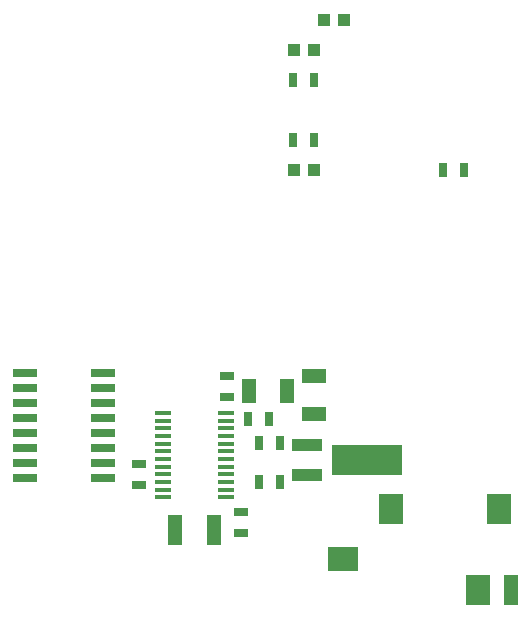
<source format=gtp>
G75*
G70*
%OFA0B0*%
%FSLAX24Y24*%
%IPPOS*%
%LPD*%
%AMOC8*
5,1,8,0,0,1.08239X$1,22.5*
%
%ADD10R,0.0800X0.0260*%
%ADD11R,0.0550X0.0137*%
%ADD12R,0.0472X0.0315*%
%ADD13R,0.0984X0.0394*%
%ADD14R,0.2362X0.0984*%
%ADD15R,0.0315X0.0472*%
%ADD16R,0.0472X0.0787*%
%ADD17R,0.0787X0.0472*%
%ADD18R,0.0472X0.0984*%
%ADD19R,0.0787X0.0984*%
%ADD20R,0.0984X0.0787*%
%ADD21R,0.0433X0.0394*%
D10*
X012530Y011509D03*
X012530Y012009D03*
X012530Y012509D03*
X012530Y013009D03*
X012530Y013509D03*
X012530Y014009D03*
X012530Y014509D03*
X012530Y015009D03*
X015140Y015009D03*
X015140Y014509D03*
X015140Y014009D03*
X015140Y013509D03*
X015140Y013009D03*
X015140Y012509D03*
X015140Y012009D03*
X015140Y011509D03*
D11*
X017142Y011619D03*
X017142Y011363D03*
X017142Y011107D03*
X017142Y010851D03*
X017142Y011875D03*
X017142Y012131D03*
X017142Y012387D03*
X017142Y012643D03*
X017142Y012899D03*
X017142Y013155D03*
X017142Y013410D03*
X017142Y013666D03*
X019228Y013666D03*
X019228Y013410D03*
X019228Y013155D03*
X019228Y012899D03*
X019228Y012643D03*
X019228Y012387D03*
X019228Y012131D03*
X019228Y011875D03*
X019228Y011619D03*
X019228Y011363D03*
X019228Y011107D03*
X019228Y010851D03*
D12*
X016335Y011255D03*
X016335Y011963D03*
X019285Y014205D03*
X019285Y014913D03*
X019735Y010363D03*
X019735Y009655D03*
D13*
X021935Y011609D03*
X021935Y012609D03*
D14*
X023935Y012109D03*
D15*
X021039Y012659D03*
X020331Y012659D03*
X019981Y013459D03*
X020689Y013459D03*
X021039Y011359D03*
X020331Y011359D03*
X026481Y021759D03*
X027189Y021759D03*
X022189Y022759D03*
X021481Y022759D03*
X021481Y024759D03*
X022189Y024759D03*
D16*
X021265Y014409D03*
X020005Y014409D03*
D17*
X022185Y014889D03*
X022185Y013629D03*
D18*
X018835Y009759D03*
X017536Y009759D03*
X028745Y007751D03*
D19*
X027642Y007751D03*
X028351Y010467D03*
X024729Y010467D03*
D20*
X023134Y008814D03*
D21*
X022170Y021759D03*
X021500Y021759D03*
X021500Y025759D03*
X022170Y025759D03*
X022500Y026759D03*
X023170Y026759D03*
M02*

</source>
